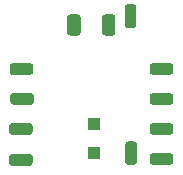
<source format=gbr>
%TF.GenerationSoftware,KiCad,Pcbnew,5.1.9*%
%TF.CreationDate,2021-04-13T03:12:43+02:00*%
%TF.ProjectId,_autosave-keycap,5f617574-6f73-4617-9665-2d6b65796361,rev?*%
%TF.SameCoordinates,Original*%
%TF.FileFunction,Paste,Bot*%
%TF.FilePolarity,Positive*%
%FSLAX46Y46*%
G04 Gerber Fmt 4.6, Leading zero omitted, Abs format (unit mm)*
G04 Created by KiCad (PCBNEW 5.1.9) date 2021-04-13 03:12:43*
%MOMM*%
%LPD*%
G01*
G04 APERTURE LIST*
%ADD10R,1.000000X1.000000*%
G04 APERTURE END LIST*
%TO.C,J6*%
G36*
G01*
X126275400Y-116505100D02*
X127775400Y-116505100D01*
G75*
G02*
X128025400Y-116755100I0J-250000D01*
G01*
X128025400Y-117255100D01*
G75*
G02*
X127775400Y-117505100I-250000J0D01*
G01*
X126275400Y-117505100D01*
G75*
G02*
X126025400Y-117255100I0J250000D01*
G01*
X126025400Y-116755100D01*
G75*
G02*
X126275400Y-116505100I250000J0D01*
G01*
G37*
%TD*%
%TO.C,J1*%
G36*
G01*
X115913600Y-112425100D02*
X114413600Y-112425100D01*
G75*
G02*
X114163600Y-112175100I0J250000D01*
G01*
X114163600Y-111675100D01*
G75*
G02*
X114413600Y-111425100I250000J0D01*
G01*
X115913600Y-111425100D01*
G75*
G02*
X116163600Y-111675100I0J-250000D01*
G01*
X116163600Y-112175100D01*
G75*
G02*
X115913600Y-112425100I-250000J0D01*
G01*
G37*
%TD*%
%TO.C,J3*%
G36*
G01*
X114367880Y-116505100D02*
X115867880Y-116505100D01*
G75*
G02*
X116117880Y-116755100I0J-250000D01*
G01*
X116117880Y-117255100D01*
G75*
G02*
X115867880Y-117505100I-250000J0D01*
G01*
X114367880Y-117505100D01*
G75*
G02*
X114117880Y-117255100I0J250000D01*
G01*
X114117880Y-116755100D01*
G75*
G02*
X114367880Y-116505100I250000J0D01*
G01*
G37*
%TD*%
%TO.C,J5*%
G36*
G01*
X126275400Y-113965100D02*
X127775400Y-113965100D01*
G75*
G02*
X128025400Y-114215100I0J-250000D01*
G01*
X128025400Y-114715100D01*
G75*
G02*
X127775400Y-114965100I-250000J0D01*
G01*
X126275400Y-114965100D01*
G75*
G02*
X126025400Y-114715100I0J250000D01*
G01*
X126025400Y-114215100D01*
G75*
G02*
X126275400Y-113965100I250000J0D01*
G01*
G37*
%TD*%
%TO.C,J4*%
G36*
G01*
X126275400Y-111425100D02*
X127775400Y-111425100D01*
G75*
G02*
X128025400Y-111675100I0J-250000D01*
G01*
X128025400Y-112175100D01*
G75*
G02*
X127775400Y-112425100I-250000J0D01*
G01*
X126275400Y-112425100D01*
G75*
G02*
X126025400Y-112175100I0J250000D01*
G01*
X126025400Y-111675100D01*
G75*
G02*
X126275400Y-111425100I250000J0D01*
G01*
G37*
%TD*%
%TO.C,C1*%
G36*
G01*
X119031800Y-108846381D02*
X119031800Y-107546379D01*
G75*
G02*
X119281799Y-107296380I249999J0D01*
G01*
X119931801Y-107296380D01*
G75*
G02*
X120181800Y-107546379I0J-249999D01*
G01*
X120181800Y-108846381D01*
G75*
G02*
X119931801Y-109096380I-249999J0D01*
G01*
X119281799Y-109096380D01*
G75*
G02*
X119031800Y-108846381I0J249999D01*
G01*
G37*
G36*
G01*
X121981800Y-108846381D02*
X121981800Y-107546379D01*
G75*
G02*
X122231799Y-107296380I249999J0D01*
G01*
X122881801Y-107296380D01*
G75*
G02*
X123131800Y-107546379I0J-249999D01*
G01*
X123131800Y-108846381D01*
G75*
G02*
X122881801Y-109096380I-249999J0D01*
G01*
X122231799Y-109096380D01*
G75*
G02*
X121981800Y-108846381I0J249999D01*
G01*
G37*
%TD*%
%TO.C,J8*%
G36*
G01*
X124960000Y-118304880D02*
X124960000Y-119804880D01*
G75*
G02*
X124710000Y-120054880I-250000J0D01*
G01*
X124210000Y-120054880D01*
G75*
G02*
X123960000Y-119804880I0J250000D01*
G01*
X123960000Y-118304880D01*
G75*
G02*
X124210000Y-118054880I250000J0D01*
G01*
X124710000Y-118054880D01*
G75*
G02*
X124960000Y-118304880I0J-250000D01*
G01*
G37*
%TD*%
%TO.C,J10*%
G36*
G01*
X115875500Y-120121300D02*
X114375500Y-120121300D01*
G75*
G02*
X114125500Y-119871300I0J250000D01*
G01*
X114125500Y-119371300D01*
G75*
G02*
X114375500Y-119121300I250000J0D01*
G01*
X115875500Y-119121300D01*
G75*
G02*
X116125500Y-119371300I0J-250000D01*
G01*
X116125500Y-119871300D01*
G75*
G02*
X115875500Y-120121300I-250000J0D01*
G01*
G37*
%TD*%
%TO.C,J9*%
G36*
G01*
X123904120Y-108202160D02*
X123904120Y-106702160D01*
G75*
G02*
X124154120Y-106452160I250000J0D01*
G01*
X124654120Y-106452160D01*
G75*
G02*
X124904120Y-106702160I0J-250000D01*
G01*
X124904120Y-108202160D01*
G75*
G02*
X124654120Y-108452160I-250000J0D01*
G01*
X124154120Y-108452160D01*
G75*
G02*
X123904120Y-108202160I0J250000D01*
G01*
G37*
%TD*%
D10*
%TO.C,D1*%
X121297700Y-119042500D03*
X121297700Y-116542500D03*
%TD*%
%TO.C,J7*%
G36*
G01*
X126275400Y-119045100D02*
X127775400Y-119045100D01*
G75*
G02*
X128025400Y-119295100I0J-250000D01*
G01*
X128025400Y-119795100D01*
G75*
G02*
X127775400Y-120045100I-250000J0D01*
G01*
X126275400Y-120045100D01*
G75*
G02*
X126025400Y-119795100I0J250000D01*
G01*
X126025400Y-119295100D01*
G75*
G02*
X126275400Y-119045100I250000J0D01*
G01*
G37*
%TD*%
%TO.C,J2*%
G36*
G01*
X114474560Y-113949860D02*
X115974560Y-113949860D01*
G75*
G02*
X116224560Y-114199860I0J-250000D01*
G01*
X116224560Y-114699860D01*
G75*
G02*
X115974560Y-114949860I-250000J0D01*
G01*
X114474560Y-114949860D01*
G75*
G02*
X114224560Y-114699860I0J250000D01*
G01*
X114224560Y-114199860D01*
G75*
G02*
X114474560Y-113949860I250000J0D01*
G01*
G37*
%TD*%
M02*

</source>
